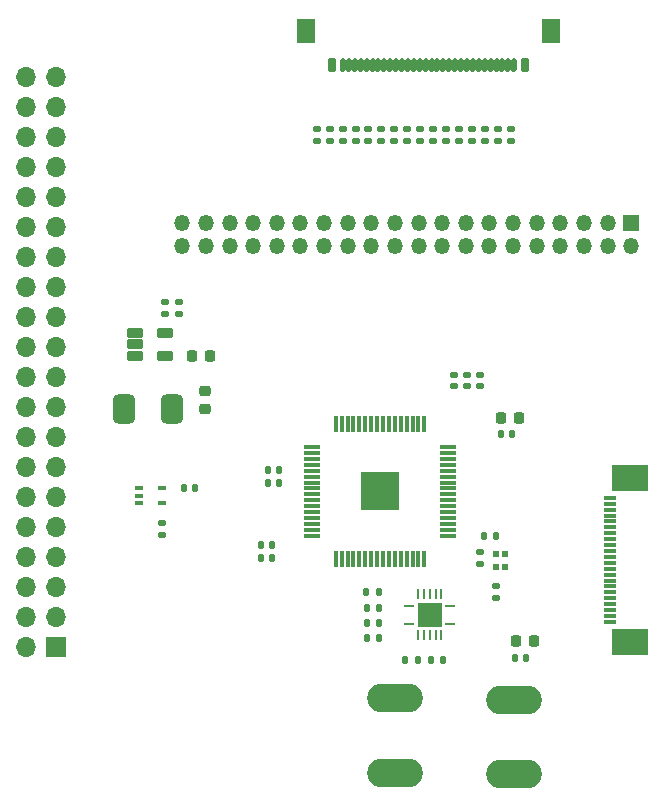
<source format=gts>
G04 #@! TF.GenerationSoftware,KiCad,Pcbnew,8.0.2*
G04 #@! TF.CreationDate,2024-06-09T13:50:20+05:00*
G04 #@! TF.ProjectId,EDP Converter,45445020-436f-46e7-9665-727465722e6b,rev?*
G04 #@! TF.SameCoordinates,Original*
G04 #@! TF.FileFunction,Soldermask,Top*
G04 #@! TF.FilePolarity,Negative*
%FSLAX46Y46*%
G04 Gerber Fmt 4.6, Leading zero omitted, Abs format (unit mm)*
G04 Created by KiCad (PCBNEW 8.0.2) date 2024-06-09 13:50:20*
%MOMM*%
%LPD*%
G01*
G04 APERTURE LIST*
G04 Aperture macros list*
%AMRoundRect*
0 Rectangle with rounded corners*
0 $1 Rounding radius*
0 $2 $3 $4 $5 $6 $7 $8 $9 X,Y pos of 4 corners*
0 Add a 4 corners polygon primitive as box body*
4,1,4,$2,$3,$4,$5,$6,$7,$8,$9,$2,$3,0*
0 Add four circle primitives for the rounded corners*
1,1,$1+$1,$2,$3*
1,1,$1+$1,$4,$5*
1,1,$1+$1,$6,$7*
1,1,$1+$1,$8,$9*
0 Add four rect primitives between the rounded corners*
20,1,$1+$1,$2,$3,$4,$5,0*
20,1,$1+$1,$4,$5,$6,$7,0*
20,1,$1+$1,$6,$7,$8,$9,0*
20,1,$1+$1,$8,$9,$2,$3,0*%
G04 Aperture macros list end*
%ADD10RoundRect,0.135000X0.185000X-0.135000X0.185000X0.135000X-0.185000X0.135000X-0.185000X-0.135000X0*%
%ADD11RoundRect,0.225000X-0.225000X-0.250000X0.225000X-0.250000X0.225000X0.250000X-0.225000X0.250000X0*%
%ADD12RoundRect,0.140000X0.140000X0.170000X-0.140000X0.170000X-0.140000X-0.170000X0.140000X-0.170000X0*%
%ADD13R,0.850000X0.280000*%
%ADD14R,0.280000X0.850000*%
%ADD15R,2.050000X2.050000*%
%ADD16RoundRect,0.135000X0.135000X0.185000X-0.135000X0.185000X-0.135000X-0.185000X0.135000X-0.185000X0*%
%ADD17RoundRect,0.475000X0.475000X0.775000X-0.475000X0.775000X-0.475000X-0.775000X0.475000X-0.775000X0*%
%ADD18RoundRect,0.140000X-0.140000X-0.170000X0.140000X-0.170000X0.140000X0.170000X-0.140000X0.170000X0*%
%ADD19RoundRect,0.140000X0.170000X-0.140000X0.170000X0.140000X-0.170000X0.140000X-0.170000X-0.140000X0*%
%ADD20RoundRect,0.225000X0.225000X0.250000X-0.225000X0.250000X-0.225000X-0.250000X0.225000X-0.250000X0*%
%ADD21R,0.500000X0.600000*%
%ADD22R,0.300000X1.475000*%
%ADD23R,1.475000X0.300000*%
%ADD24R,3.300000X3.300000*%
%ADD25R,1.350000X1.350000*%
%ADD26O,1.350000X1.350000*%
%ADD27RoundRect,0.198500X-0.508500X-0.198500X0.508500X-0.198500X0.508500X0.198500X-0.508500X0.198500X0*%
%ADD28O,4.704000X2.454000*%
%ADD29RoundRect,0.135000X-0.135000X-0.185000X0.135000X-0.185000X0.135000X0.185000X-0.135000X0.185000X0*%
%ADD30RoundRect,0.100000X-0.225000X-0.100000X0.225000X-0.100000X0.225000X0.100000X-0.225000X0.100000X0*%
%ADD31R,1.100000X0.300000*%
%ADD32R,3.100000X2.300000*%
%ADD33RoundRect,0.135000X-0.185000X0.135000X-0.185000X-0.135000X0.185000X-0.135000X0.185000X0.135000X0*%
%ADD34RoundRect,0.225000X0.250000X-0.225000X0.250000X0.225000X-0.250000X0.225000X-0.250000X-0.225000X0*%
%ADD35RoundRect,0.102000X0.125000X0.450000X-0.125000X0.450000X-0.125000X-0.450000X0.125000X-0.450000X0*%
%ADD36RoundRect,0.102000X0.275000X0.450000X-0.275000X0.450000X-0.275000X-0.450000X0.275000X-0.450000X0*%
%ADD37RoundRect,0.102000X0.700000X0.950000X-0.700000X0.950000X-0.700000X-0.950000X0.700000X-0.950000X0*%
%ADD38R,1.700000X1.700000*%
%ADD39O,1.700000X1.700000*%
G04 APERTURE END LIST*
D10*
X131350000Y-82790000D03*
X131350000Y-81770000D03*
D11*
X137145000Y-106250000D03*
X138695000Y-106250000D03*
D12*
X118330000Y-110600000D03*
X117370000Y-110600000D03*
X117780000Y-118050000D03*
X116820000Y-118050000D03*
X126767500Y-124825000D03*
X125807500Y-124825000D03*
D13*
X129362500Y-123650000D03*
D14*
X130087500Y-124625000D03*
X130587500Y-124625000D03*
X131087500Y-124625000D03*
X131587500Y-124625000D03*
X132087500Y-124625000D03*
D13*
X132812500Y-123650000D03*
X132812500Y-122150000D03*
D14*
X132087500Y-121175000D03*
X131587500Y-121175000D03*
X131087500Y-121175000D03*
X130587500Y-121175000D03*
X130087500Y-121175000D03*
D13*
X129362500Y-122150000D03*
D15*
X131087500Y-122900000D03*
D16*
X136700000Y-116250000D03*
X135680000Y-116250000D03*
D10*
X132450000Y-82790000D03*
X132450000Y-81770000D03*
D17*
X109300000Y-105500000D03*
X105200000Y-105500000D03*
D18*
X110290000Y-112150000D03*
X111250000Y-112150000D03*
D10*
X124850000Y-82800000D03*
X124850000Y-81780000D03*
D16*
X132210000Y-126700000D03*
X131190000Y-126700000D03*
D19*
X136700000Y-121460000D03*
X136700000Y-120500000D03*
D20*
X139925000Y-125100000D03*
X138375000Y-125100000D03*
D18*
X137120000Y-107600000D03*
X138080000Y-107600000D03*
D16*
X126760000Y-121000000D03*
X125740000Y-121000000D03*
D10*
X108650000Y-97460000D03*
X108650000Y-96440000D03*
X122650000Y-82800000D03*
X122650000Y-81780000D03*
X125900000Y-82800000D03*
X125900000Y-81780000D03*
D21*
X137500000Y-118850000D03*
X137500000Y-117750000D03*
X136700000Y-117750000D03*
X136700000Y-118850000D03*
D10*
X108400000Y-116160000D03*
X108400000Y-115140000D03*
X126950000Y-82790000D03*
X126950000Y-81770000D03*
D22*
X123138000Y-118188000D03*
X123638000Y-118188000D03*
X124138000Y-118188000D03*
X124638000Y-118188000D03*
X125138000Y-118188000D03*
X125638000Y-118188000D03*
X126138000Y-118188000D03*
X126638000Y-118188000D03*
X127138000Y-118188000D03*
X127638000Y-118188000D03*
X128138000Y-118188000D03*
X128638000Y-118188000D03*
X129138000Y-118188000D03*
X129638000Y-118188000D03*
X130138000Y-118188000D03*
X130638000Y-118188000D03*
D23*
X132626000Y-116200000D03*
X132626000Y-115700000D03*
X132626000Y-115200000D03*
X132626000Y-114700000D03*
X132626000Y-114200000D03*
X132626000Y-113700000D03*
X132626000Y-113200000D03*
X132626000Y-112700000D03*
X132626000Y-112200000D03*
X132626000Y-111700000D03*
X132626000Y-111200000D03*
X132626000Y-110700000D03*
X132626000Y-110200000D03*
X132626000Y-109700000D03*
X132626000Y-109200000D03*
X132626000Y-108700000D03*
D22*
X130638000Y-106712000D03*
X130138000Y-106712000D03*
X129638000Y-106712000D03*
X129138000Y-106712000D03*
X128638000Y-106712000D03*
X128138000Y-106712000D03*
X127638000Y-106712000D03*
X127138000Y-106712000D03*
X126638000Y-106712000D03*
X126138000Y-106712000D03*
X125638000Y-106712000D03*
X125138000Y-106712000D03*
X124638000Y-106712000D03*
X124138000Y-106712000D03*
X123638000Y-106712000D03*
X123138000Y-106712000D03*
D23*
X121150000Y-108700000D03*
X121150000Y-109200000D03*
X121150000Y-109700000D03*
X121150000Y-110200000D03*
X121150000Y-110700000D03*
X121150000Y-111200000D03*
X121150000Y-111700000D03*
X121150000Y-112200000D03*
X121150000Y-112700000D03*
X121150000Y-113200000D03*
X121150000Y-113700000D03*
X121150000Y-114200000D03*
X121150000Y-114700000D03*
X121150000Y-115200000D03*
X121150000Y-115700000D03*
X121150000Y-116200000D03*
D24*
X126888000Y-112450000D03*
D20*
X112525000Y-100950000D03*
X110975000Y-100950000D03*
D25*
X148150000Y-89700000D03*
D26*
X148150000Y-91700000D03*
X146150000Y-89700000D03*
X146150000Y-91700000D03*
X144150000Y-89700000D03*
X144150000Y-91700000D03*
X142150000Y-89700000D03*
X142150000Y-91700000D03*
X140150000Y-89700000D03*
X140150000Y-91700000D03*
X138150000Y-89700000D03*
X138150000Y-91700000D03*
X136150000Y-89700000D03*
X136150000Y-91700000D03*
X134150000Y-89700000D03*
X134150000Y-91700000D03*
X132150000Y-89700000D03*
X132150000Y-91700000D03*
X130150000Y-89700000D03*
X130150000Y-91700000D03*
X128150000Y-89700000D03*
X128150000Y-91700000D03*
X126150000Y-89700000D03*
X126150000Y-91700000D03*
X124150000Y-89700000D03*
X124150000Y-91700000D03*
X122150000Y-89700000D03*
X122150000Y-91700000D03*
X120150000Y-89700000D03*
X120150000Y-91700000D03*
X118150000Y-89700000D03*
X118150000Y-91700000D03*
X116150000Y-89700000D03*
X116150000Y-91700000D03*
X114150000Y-89700000D03*
X114150000Y-91700000D03*
X112150000Y-89700000D03*
X112150000Y-91700000D03*
X110150000Y-89700000D03*
X110150000Y-91700000D03*
D12*
X126767500Y-123625000D03*
X125807500Y-123625000D03*
X118330000Y-111700000D03*
X117370000Y-111700000D03*
X126780000Y-122350000D03*
X125820000Y-122350000D03*
D27*
X106145000Y-99050000D03*
X106145000Y-100000000D03*
X106145000Y-100950000D03*
X108655000Y-100950000D03*
X108655000Y-99050000D03*
D28*
X128150000Y-129962500D03*
X128150000Y-136262500D03*
D10*
X121550000Y-82800000D03*
X121550000Y-81780000D03*
D29*
X129040000Y-126700000D03*
X130060000Y-126700000D03*
D12*
X117780000Y-116950000D03*
X116820000Y-116950000D03*
D10*
X135750000Y-82790000D03*
X135750000Y-81770000D03*
D19*
X133140000Y-103530000D03*
X133140000Y-102570000D03*
D10*
X137950000Y-82790000D03*
X137950000Y-81770000D03*
X134650000Y-82790000D03*
X134650000Y-81770000D03*
D30*
X106500000Y-112150000D03*
X106500000Y-112800000D03*
X106500000Y-113450000D03*
X108400000Y-113450000D03*
X108400000Y-112150000D03*
D19*
X134240000Y-103530000D03*
X134240000Y-102570000D03*
D10*
X136850000Y-82790000D03*
X136850000Y-81770000D03*
D31*
X146325000Y-123500000D03*
X146325000Y-123000000D03*
X146325000Y-122500000D03*
X146325000Y-122000000D03*
X146325000Y-121500000D03*
X146325000Y-121000000D03*
X146325000Y-120500000D03*
X146325000Y-120000000D03*
X146325000Y-119500000D03*
X146325000Y-119000000D03*
X146325000Y-118500000D03*
X146325000Y-118000000D03*
X146325000Y-117500000D03*
X146325000Y-117000000D03*
X146325000Y-116500000D03*
X146325000Y-116000000D03*
X146325000Y-115500000D03*
X146325000Y-115000000D03*
X146325000Y-114500000D03*
X146325000Y-114000000D03*
X146325000Y-113500000D03*
X146325000Y-113000000D03*
D32*
X148025000Y-125170000D03*
X148025000Y-111330000D03*
D12*
X139280000Y-126550000D03*
X138320000Y-126550000D03*
D33*
X109850000Y-96440000D03*
X109850000Y-97460000D03*
D10*
X129150000Y-82790000D03*
X129150000Y-81770000D03*
X133550000Y-82790000D03*
X133550000Y-81770000D03*
X123750000Y-82800000D03*
X123750000Y-81780000D03*
D34*
X112050000Y-105475000D03*
X112050000Y-103925000D03*
D10*
X135350000Y-118610000D03*
X135350000Y-117590000D03*
D19*
X135350000Y-103530000D03*
X135350000Y-102570000D03*
D35*
X138250000Y-76320000D03*
X137750000Y-76320000D03*
X137250000Y-76320000D03*
X136750000Y-76320000D03*
X136250000Y-76320000D03*
X135750000Y-76320000D03*
X135250000Y-76320000D03*
X134750000Y-76320000D03*
X134250000Y-76320000D03*
X133750000Y-76320000D03*
X133250000Y-76320000D03*
X132750000Y-76320000D03*
X132250000Y-76320000D03*
X131750000Y-76320000D03*
X131250000Y-76320000D03*
X130750000Y-76320000D03*
X130250000Y-76320000D03*
X129750000Y-76320000D03*
X129250000Y-76320000D03*
X128750000Y-76320000D03*
X128250000Y-76320000D03*
X127750000Y-76320000D03*
X127250000Y-76320000D03*
X126750000Y-76320000D03*
X126250000Y-76320000D03*
X125750000Y-76320000D03*
X125250000Y-76320000D03*
X124750000Y-76320000D03*
X124250000Y-76320000D03*
X123750000Y-76320000D03*
D36*
X139150000Y-76320000D03*
D37*
X141350000Y-73500000D03*
D36*
X122850000Y-76320000D03*
D37*
X120650000Y-73500000D03*
D28*
X138250000Y-130100000D03*
X138250000Y-136400000D03*
D10*
X128050000Y-82790000D03*
X128050000Y-81770000D03*
X130250000Y-82790000D03*
X130250000Y-81770000D03*
D38*
X99440000Y-125640000D03*
D39*
X96900000Y-125640000D03*
X99440000Y-123100000D03*
X96900000Y-123100000D03*
X99440000Y-120560000D03*
X96900000Y-120560000D03*
X99440000Y-118020000D03*
X96900000Y-118020000D03*
X99440000Y-115480000D03*
X96900000Y-115480000D03*
X99440000Y-112940000D03*
X96900000Y-112940000D03*
X99440000Y-110400000D03*
X96900000Y-110400000D03*
X99440000Y-107860000D03*
X96900000Y-107860000D03*
X99440000Y-105320000D03*
X96900000Y-105320000D03*
X99440000Y-102780000D03*
X96900000Y-102780000D03*
X99440000Y-100240000D03*
X96900000Y-100240000D03*
X99440000Y-97700000D03*
X96900000Y-97700000D03*
X99440000Y-95160000D03*
X96900000Y-95160000D03*
X99440000Y-92620000D03*
X96900000Y-92620000D03*
X99440000Y-90080000D03*
X96900000Y-90080000D03*
X99440000Y-87540000D03*
X96900000Y-87540000D03*
X99440000Y-85000000D03*
X96900000Y-85000000D03*
X99440000Y-82460000D03*
X96900000Y-82460000D03*
X99440000Y-79920000D03*
X96900000Y-79920000D03*
X99440000Y-77380000D03*
X96900000Y-77380000D03*
M02*

</source>
